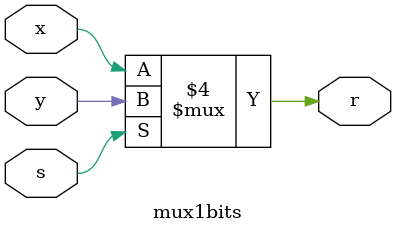
<source format=v>
module mux1bits
(
	input s,
	input x, y,
	output reg r
);

always@(s or x or y)
begin
	if (s == 1'b0)
		r = x;
	else
		r = y;
end

endmodule
</source>
